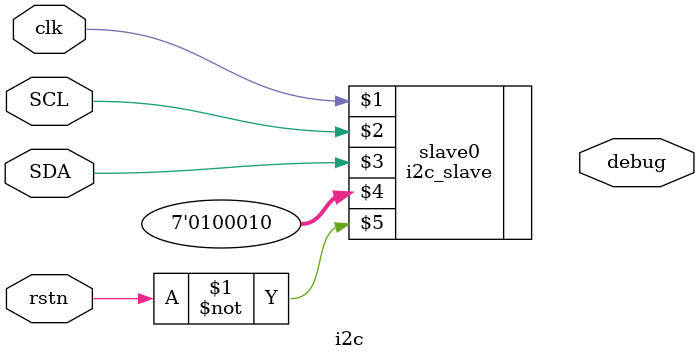
<source format=v>
module i2c(input clk,
    input SCL,
    inout SDA,
    input rstn,
	 output[5:0] debug
	 );
	 
	 i2c_slave slave0(clk,SCL,SDA,7'h22,~rstn);
	 //i2c_test test(clk, ~rstn, SDA,SCL,state);
endmodule
</source>
